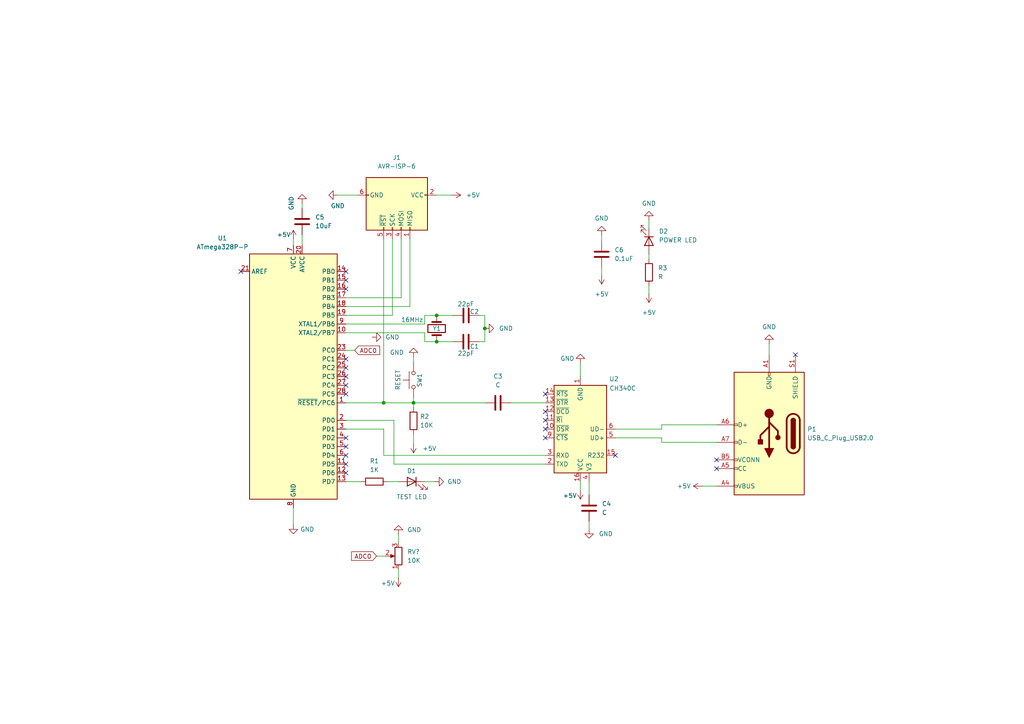
<source format=kicad_sch>
(kicad_sch (version 20211123) (generator eeschema)
  (paper "A4")
  (title_block (title "ATmega328P TQFP with CH340") (company "Nicola Strappazzon C."))
  (lib_symbols
    (symbol "Connector:AVR-ISP-6" (pin_names (offset 1.016))
      (property "Reference" "J" (at -6.35 11.43 0))
      (property "Value" "AVR-ISP-6" (at 0 11.43 0))
      (symbol "AVR-ISP-6_0_1"
        (rectangle (start -2.667 -6.858) (end -2.413 -7.62))
        (rectangle (start -2.667 10.16) (end -2.413 9.398))
        (rectangle (start 7.62 -2.413) (end 6.858 -2.667))
        (rectangle (start 7.62 0.127) (end 6.858 -0.127))
        (rectangle (start 7.62 2.667) (end 6.858 2.413))
        (rectangle (start 7.62 5.207) (end 6.858 4.953))
        (rectangle (start 7.62 10.16) (end -7.62 -7.62) (stroke (width 0.254)) (fill (type background)))
      )
      (symbol "AVR-ISP-6_1_1"
        (pin passive line (at 10.16 5.08 180) (length 2.54) (name "MISO") (number "1"))
        (pin passive line (at -2.54 12.7 270) (length 2.54) (name "VCC") (number "2"))
        (pin passive line (at 10.16 0 180) (length 2.54) (name "SCK") (number "3"))
        (pin passive line (at 10.16 2.54 180) (length 2.54) (name "MOSI") (number "4"))
        (pin passive line (at 10.16 -2.54 180) (length 2.54) (name "~{RST}") (number "5"))
        (pin passive line (at -2.54 -10.16 90) (length 2.54) (name "GND") (number "6"))
      )
    )
    (symbol "Connector:USB_C_Plug_USB2.0" (pin_names (offset 1.016))
      (property "Reference" "P" (at -10.16 19.05 0))
      (property "Value" "USB_C_Plug_USB2.0" (at 12.7 19.05 0))
      (symbol "USB_C_Plug_USB2.0_0_0"
        (rectangle (start -0.254 -17.78) (end 0.254 -16.764))
        (rectangle (start 10.16 -2.286) (end 9.144 -2.794))
        (rectangle (start 10.16 2.794) (end 9.144 2.286))
        (rectangle (start 10.16 7.874) (end 9.144 7.366))
        (rectangle (start 10.16 10.414) (end 9.144 9.906))
        (rectangle (start 10.16 15.494) (end 9.144 14.986))
      )
      (symbol "USB_C_Plug_USB2.0_0_1"
        (rectangle (start -10.16 17.78) (end 10.16 -17.78) (stroke (width 0.254)) (fill (type background)))
        (arc (start -8.89 -3.81) (mid -6.985 -5.715) (end -5.08 -3.81) (stroke (width 0.508)))
        (arc (start -7.62 -3.81) (mid -6.985 -4.445) (end -6.35 -3.81) (stroke (width 0.254)))
        (arc (start -7.62 -3.81) (mid -6.985 -4.445) (end -6.35 -3.81) (stroke (width 0.254)) (fill (type outline)))
        (rectangle (start -7.62 -3.81) (end -6.35 3.81) (stroke (width 0.254)) (fill (type outline)))
        (arc (start -6.35 3.81) (mid -6.985 4.445) (end -7.62 3.81) (stroke (width 0.254)))
        (arc (start -6.35 3.81) (mid -6.985 4.445) (end -7.62 3.81) (stroke (width 0.254)) (fill (type outline)))
        (arc (start -5.08 3.81) (mid -6.985 5.715) (end -8.89 3.81) (stroke (width 0.508)))
        (circle (center -2.54 1.143) (radius 0.635) (stroke (width 0.254)) (fill (type outline)))
        (circle (center 0 -5.842) (radius 1.27) (fill (type outline)))
        (polyline (pts (xy -8.89 -3.81) (xy -8.89 3.81)) (stroke (width 0.508)))
        (polyline (pts (xy -5.08 3.81) (xy -5.08 -3.81)) (stroke (width 0.508)))
        (polyline (pts (xy 0 -5.842) (xy 0 4.318)) (stroke (width 0.508)))
        (polyline (pts (xy 0 -3.302) (xy -2.54 -0.762) (xy -2.54 0.508)) (stroke (width 0.508)))
        (polyline (pts (xy 0 -2.032) (xy 2.54 0.508) (xy 2.54 1.778)) (stroke (width 0.508)))
        (polyline (pts (xy -1.27 4.318) (xy 0 6.858) (xy 1.27 4.318) (xy -1.27 4.318)) (stroke (width 0.254)) (fill (type outline)))
        (rectangle (start 1.905 1.778) (end 3.175 3.048) (stroke (width 0.254)) (fill (type outline)))
      )
      (symbol "USB_C_Plug_USB2.0_1_1"
        (pin passive line (at 0 -22.86 90) (length 5.08) (name "GND") (number "A1"))
        (pin passive line (at 0 -22.86 90) (length 5.08) hide (name "GND") (number "A12"))
        (pin passive line (at 15.24 15.24 180) (length 5.08) (name "VBUS") (number "A4"))
        (pin bidirectional line (at 15.24 10.16 180) (length 5.08) (name "CC") (number "A5"))
        (pin bidirectional line (at 15.24 -2.54 180) (length 5.08) (name "D+") (number "A6"))
        (pin bidirectional line (at 15.24 2.54 180) (length 5.08) (name "D-") (number "A7"))
        (pin passive line (at 15.24 15.24 180) (length 5.08) hide (name "VBUS") (number "A9"))
        (pin passive line (at 0 -22.86 90) (length 5.08) hide (name "GND") (number "B1"))
        (pin passive line (at 0 -22.86 90) (length 5.08) hide (name "GND") (number "B12"))
        (pin passive line (at 15.24 15.24 180) (length 5.08) hide (name "VBUS") (number "B4"))
        (pin bidirectional line (at 15.24 7.62 180) (length 5.08) (name "VCONN") (number "B5"))
        (pin passive line (at 15.24 15.24 180) (length 5.08) hide (name "VBUS") (number "B9"))
        (pin passive line (at -7.62 -22.86 90) (length 5.08) (name "SHIELD") (number "S1"))
      )
    )
    (symbol "Device:C" (pin_numbers hide) (pin_names (offset 0.254))
      (property "Reference" "C" (at 0.635 2.54 0))
      (property "Value" "C" (at 0.635 -2.54 0))
      (symbol "C_0_1"
        (polyline (pts (xy -2.032 -0.762) (xy 2.032 -0.762)) (stroke (width 0.508)))
        (polyline (pts (xy -2.032 0.762) (xy 2.032 0.762)) (stroke (width 0.508)))
      )
      (symbol "C_1_1"
        (pin passive line (at 0 3.81 270) (length 2.794) (name "~") (number "1"))
        (pin passive line (at 0 -3.81 90) (length 2.794) (name "~") (number "2"))
      )
    )
    (symbol "Device:Crystal" (pin_numbers hide) (pin_names (offset 1.016) hide)
      (property "Reference" "Y" (at 0 3.81 0))
      (property "Value" "Crystal" (at 0 -3.81 0))
      (symbol "Crystal_0_1"
        (rectangle (start -1.143 2.54) (end 1.143 -2.54) (stroke (width 0.3048)))
        (polyline (pts (xy -2.54 0) (xy -1.905 0)))
        (polyline (pts (xy -1.905 -1.27) (xy -1.905 1.27)) (stroke (width 0.508)))
        (polyline (pts (xy 1.905 -1.27) (xy 1.905 1.27)) (stroke (width 0.508)))
        (polyline (pts (xy 2.54 0) (xy 1.905 0)))
      )
      (symbol "Crystal_1_1"
        (pin passive line (at -3.81 0 0) (length 1.27) (name "1") (number "1"))
        (pin passive line (at 3.81 0 180) (length 1.27) (name "2") (number "2"))
      )
    )
    (symbol "Device:LED" (pin_numbers hide) (pin_names (offset 1.016) hide)
      (property "Reference" "D" (at 0 2.54 0))
      (property "Value" "LED" (at 0 -2.54 0))
      (symbol "LED_0_1"
        (polyline (pts (xy -1.27 -1.27) (xy -1.27 1.27)) (stroke (width 0.254)))
        (polyline (pts (xy -1.27 0) (xy 1.27 0)))
        (polyline (pts (xy 1.27 -1.27) (xy 1.27 1.27) (xy -1.27 0) (xy 1.27 -1.27)) (stroke (width 0.254)))
        (polyline (pts (xy -3.048 -0.762) (xy -4.572 -2.286) (xy -3.81 -2.286) (xy -4.572 -2.286) (xy -4.572 -1.524)))
        (polyline (pts (xy -1.778 -0.762) (xy -3.302 -2.286) (xy -2.54 -2.286) (xy -3.302 -2.286) (xy -3.302 -1.524)))
      )
      (symbol "LED_1_1"
        (pin passive line (at -3.81 0 0) (length 2.54) (name "K") (number "1"))
        (pin passive line (at 3.81 0 180) (length 2.54) (name "A") (number "2"))
      )
    )
    (symbol "Device:R" (pin_numbers hide) (pin_names (offset 0))
      (property "Reference" "R" (at 2.032 0 90))
      (property "Value" "R" (at 0 0 90))
      (symbol "R_0_1"
        (rectangle (start -1.016 -2.54) (end 1.016 2.54) (stroke (width 0.254)))
      )
      (symbol "R_1_1"
        (pin passive line (at 0 3.81 270) (length 1.27) (name "~") (number "1"))
        (pin passive line (at 0 -3.81 90) (length 1.27) (name "~") (number "2"))
      )
    )
    (symbol "Device:R_Potentiometer" (pin_names (offset 1.016) hide)
      (property "Reference" "RV" (at -4.445 0 90))
      (property "Value" "R_Potentiometer" (at -2.54 0 90))
      (symbol "R_Potentiometer_0_1"
        (polyline (pts (xy 2.54 0) (xy 1.524 0)))
        (polyline (pts (xy 1.143 0) (xy 2.286 0.508) (xy 2.286 -0.508) (xy 1.143 0)) (fill (type outline)))
        (rectangle (start 1.016 2.54) (end -1.016 -2.54) (stroke (width 0.254)))
      )
      (symbol "R_Potentiometer_1_1"
        (pin passive line (at 0 3.81 270) (length 1.27) (name "1") (number "1"))
        (pin passive line (at 3.81 0 180) (length 1.27) (name "2") (number "2"))
        (pin passive line (at 0 -3.81 90) (length 1.27) (name "3") (number "3"))
      )
    )
    (symbol "Interface_USB:CH340C"
      (property "Reference" "U" (at -5.08 13.97 0))
      (property "Value" "CH340C" (at 1.27 13.97 0))
      (symbol "CH340C_0_1"
        (rectangle (start -7.62 12.7) (end 7.62 -12.7) (stroke (width 0.254)) (fill (type background)))
      )
      (symbol "CH340C_1_1"
        (pin power_in line (at 0 -15.24 90) (length 2.54) (name "GND") (number "1"))
        (pin input line (at 10.16 0 180) (length 2.54) (name "~{DSR}") (number "10"))
        (pin input line (at 10.16 -2.54 180) (length 2.54) (name "~{RI}") (number "11"))
        (pin input line (at 10.16 -5.08 180) (length 2.54) (name "~{DCD}") (number "12"))
        (pin output line (at 10.16 -7.62 180) (length 2.54) (name "~{DTR}") (number "13"))
        (pin output line (at 10.16 -10.16 180) (length 2.54) (name "~{RTS}") (number "14"))
        (pin input line (at -10.16 7.62 0) (length 2.54) (name "R232") (number "15"))
        (pin power_in line (at 0 15.24 270) (length 2.54) (name "VCC") (number "16"))
        (pin output line (at 10.16 10.16 180) (length 2.54) (name "TXD") (number "2"))
        (pin input line (at 10.16 7.62 180) (length 2.54) (name "RXD") (number "3"))
        (pin passive line (at -2.54 15.24 270) (length 2.54) (name "V3") (number "4"))
        (pin bidirectional line (at -10.16 2.54 0) (length 2.54) (name "UD+") (number "5"))
        (pin bidirectional line (at -10.16 0 0) (length 2.54) (name "UD-") (number "6"))
        (pin no_connect line (at -7.62 -7.62 0) (length 2.54) hide (name "NC") (number "7"))
        (pin no_connect line (at -7.62 -10.16 0) (length 2.54) hide (name "NC") (number "8"))
        (pin input line (at 10.16 2.54 180) (length 2.54) (name "~{CTS}") (number "9"))
      )
    )
    (symbol "MCU_Microchip_ATmega:ATmega328P-P"
      (property "Reference" "U" (at -12.7 36.83 0))
      (property "Value" "ATmega328P-P" (at 2.54 -36.83 0))
      (symbol "ATmega328P-P_0_1"
        (rectangle (start -12.7 -35.56) (end 12.7 35.56) (stroke (width 0.254)) (fill (type background)))
      )
      (symbol "ATmega328P-P_1_1"
        (pin bidirectional line (at 15.24 -7.62 180) (length 2.54) (name "~{RESET}/PC6") (number "1"))
        (pin bidirectional line (at 15.24 12.7 180) (length 2.54) (name "XTAL2/PB7") (number "10"))
        (pin bidirectional line (at 15.24 -25.4 180) (length 2.54) (name "PD5") (number "11"))
        (pin bidirectional line (at 15.24 -27.94 180) (length 2.54) (name "PD6") (number "12"))
        (pin bidirectional line (at 15.24 -30.48 180) (length 2.54) (name "PD7") (number "13"))
        (pin bidirectional line (at 15.24 30.48 180) (length 2.54) (name "PB0") (number "14"))
        (pin bidirectional line (at 15.24 27.94 180) (length 2.54) (name "PB1") (number "15"))
        (pin bidirectional line (at 15.24 25.4 180) (length 2.54) (name "PB2") (number "16"))
        (pin bidirectional line (at 15.24 22.86 180) (length 2.54) (name "PB3") (number "17"))
        (pin bidirectional line (at 15.24 20.32 180) (length 2.54) (name "PB4") (number "18"))
        (pin bidirectional line (at 15.24 17.78 180) (length 2.54) (name "PB5") (number "19"))
        (pin bidirectional line (at 15.24 -12.7 180) (length 2.54) (name "PD0") (number "2"))
        (pin power_in line (at 2.54 38.1 270) (length 2.54) (name "AVCC") (number "20"))
        (pin passive line (at -15.24 30.48 0) (length 2.54) (name "AREF") (number "21"))
        (pin passive line (at 0 -38.1 90) (length 2.54) hide (name "GND") (number "22"))
        (pin bidirectional line (at 15.24 7.62 180) (length 2.54) (name "PC0") (number "23"))
        (pin bidirectional line (at 15.24 5.08 180) (length 2.54) (name "PC1") (number "24"))
        (pin bidirectional line (at 15.24 2.54 180) (length 2.54) (name "PC2") (number "25"))
        (pin bidirectional line (at 15.24 0 180) (length 2.54) (name "PC3") (number "26"))
        (pin bidirectional line (at 15.24 -2.54 180) (length 2.54) (name "PC4") (number "27"))
        (pin bidirectional line (at 15.24 -5.08 180) (length 2.54) (name "PC5") (number "28"))
        (pin bidirectional line (at 15.24 -15.24 180) (length 2.54) (name "PD1") (number "3"))
        (pin bidirectional line (at 15.24 -17.78 180) (length 2.54) (name "PD2") (number "4"))
        (pin bidirectional line (at 15.24 -20.32 180) (length 2.54) (name "PD3") (number "5"))
        (pin bidirectional line (at 15.24 -22.86 180) (length 2.54) (name "PD4") (number "6"))
        (pin power_in line (at 0 38.1 270) (length 2.54) (name "VCC") (number "7"))
        (pin power_in line (at 0 -38.1 90) (length 2.54) (name "GND") (number "8"))
        (pin bidirectional line (at 15.24 15.24 180) (length 2.54) (name "XTAL1/PB6") (number "9"))
      )
    )
    (symbol "Switch:SW_Push" (pin_numbers hide) (pin_names (offset 1.016) hide)
      (property "Reference" "SW" (at 1.27 2.54 0))
      (property "Value" "SW_Push" (at 0 -1.524 0))
      (symbol "SW_Push_0_1"
        (circle (center -2.032 0) (radius 0.508))
        (polyline (pts (xy 0 1.27) (xy 0 3.048)))
        (polyline (pts (xy 2.54 1.27) (xy -2.54 1.27)))
        (circle (center 2.032 0) (radius 0.508))
        (pin passive line (at -5.08 0 0) (length 2.54) (name "1") (number "1"))
        (pin passive line (at 5.08 0 180) (length 2.54) (name "2") (number "2"))
      )
    )
    (symbol "power:+5V" (power) (pin_names (offset 0))
      (property "Value" "+5V" (at 0 3.556 0))
      (symbol "+5V_0_1"
        (polyline (pts (xy -0.762 1.27) (xy 0 2.54)))
        (polyline (pts (xy 0 0) (xy 0 2.54)))
        (polyline (pts (xy 0 2.54) (xy 0.762 1.27)))
      )
      (symbol "+5V_1_1"
        (pin power_in line (at 0 0 90) (length 0) hide (name "+5V") (number "1"))
      )
    )
    (symbol "power:GND" (power) (pin_names (offset 0))
      (property "Value" "GND" (at 0 -3.81 0))
      (symbol "GND_0_1"
        (polyline (pts (xy 0 0) (xy 0 -1.27) (xy 1.27 -1.27) (xy 0 -2.54) (xy -1.27 -1.27) (xy 0 -1.27)))
      )
      (symbol "GND_1_1"
        (pin power_in line (at 0 0 270) (length 0) hide (name "GND") (number "1"))
      )
    )
  )
  (junction (at 119.9388 116.84))
  (junction (at 140.6144 95.25))
  (junction (at 126.6444 99.1108))
  (junction (at 111.2774 116.84))
  (junction (at 126.6444 91.4908))
  (no_connect (at 100.33 81.28))
  (no_connect (at 158.1658 121.92))
  (no_connect (at 158.1658 124.46))
  (no_connect (at 100.33 134.62))
  (no_connect (at 100.33 132.08))
  (no_connect (at 158.1658 119.38))
  (no_connect (at 100.33 106.68))
  (no_connect (at 100.33 127))
  (no_connect (at 178.4858 132.08))
  (no_connect (at 100.33 104.14))
  (no_connect (at 207.8482 135.9154))
  (no_connect (at 230.7082 102.8954))
  (no_connect (at 100.33 114.3))
  (no_connect (at 158.1658 127))
  (no_connect (at 100.33 137.16))
  (no_connect (at 100.33 109.22))
  (no_connect (at 100.33 78.74))
  (no_connect (at 100.33 129.54))
  (no_connect (at 69.85 78.74))
  (no_connect (at 100.33 83.82))
  (no_connect (at 100.33 111.76))
  (no_connect (at 158.1658 114.3))
  (no_connect (at 207.8482 133.3754))
  (wire (pts (xy 118.8974 69.2912) (xy 118.8974 88.9)))
  (wire (pts (xy 191.9224 124.46) (xy 191.9224 123.2154)))
  (wire (pts (xy 116.3574 69.2912) (xy 116.3574 86.36)))
  (wire (pts (xy 148.2344 116.84) (xy 158.1658 116.84)))
  (wire (pts (xy 123.19 99.1108) (xy 126.6444 99.1108)))
  (wire (pts (xy 100.33 96.52) (xy 123.19 96.52)))
  (wire (pts (xy 100.33 121.92) (xy 114.2492 121.92)))
  (wire (pts (xy 100.33 139.7) (xy 104.775 139.7)))
  (wire (pts (xy 111.2774 116.84) (xy 100.33 116.84)))
  (wire (pts (xy 123.19 96.52) (xy 123.19 99.1108)))
  (wire (pts (xy 100.33 93.98) (xy 123.19 93.98)))
  (wire (pts (xy 111.2774 116.84) (xy 119.9388 116.84)))
  (wire (pts (xy 123.2154 139.7) (xy 126.111 139.7)))
  (wire (pts (xy 170.8658 139.7) (xy 170.8658 143.5862)))
  (wire (pts (xy 126.6444 91.4908) (xy 131.3688 91.4908)))
  (wire (pts (xy 111.3028 124.46) (xy 100.33 124.46)))
  (wire (pts (xy 140.6144 95.25) (xy 140.6144 99.1108)))
  (wire (pts (xy 191.9224 127) (xy 191.9224 128.2954)))
  (wire (pts (xy 178.4858 124.46) (xy 191.9224 124.46)))
  (wire (pts (xy 191.9224 123.2154) (xy 207.8482 123.2154)))
  (wire (pts (xy 114.2492 134.62) (xy 114.2492 121.92)))
  (wire (pts (xy 87.63 58.928) (xy 87.63 60.452)))
  (wire (pts (xy 113.8174 91.44) (xy 100.33 91.44)))
  (wire (pts (xy 112.395 139.7) (xy 115.5954 139.7)))
  (wire (pts (xy 158.1658 134.62) (xy 114.2492 134.62)))
  (wire (pts (xy 109.22 161.29) (xy 111.76 161.29)))
  (wire (pts (xy 188.214 63.8556) (xy 188.214 66.1416)))
  (wire (pts (xy 203.6572 140.9954) (xy 207.8482 140.9954)))
  (wire (pts (xy 168.3258 105.2576) (xy 168.3258 109.22)))
  (wire (pts (xy 178.4858 127) (xy 191.9224 127)))
  (wire (pts (xy 191.9224 128.2954) (xy 207.8482 128.2954)))
  (wire (pts (xy 116.3574 86.36) (xy 100.33 86.36)))
  (wire (pts (xy 158.1658 132.08) (xy 111.3028 132.08)))
  (wire (pts (xy 87.63 68.072) (xy 87.63 71.12)))
  (wire (pts (xy 123.19 91.4908) (xy 126.6444 91.4908)))
  (wire (pts (xy 119.9388 116.84) (xy 119.9388 118.2624)))
  (wire (pts (xy 140.6144 99.1108) (xy 138.9634 99.1108)))
  (wire (pts (xy 119.9388 125.8824) (xy 119.9388 128.8034)))
  (wire (pts (xy 118.8974 88.9) (xy 100.33 88.9)))
  (wire (pts (xy 85.09 69.342) (xy 85.09 71.12)))
  (wire (pts (xy 123.19 93.98) (xy 123.19 91.4908)))
  (wire (pts (xy 170.8658 151.2062) (xy 170.8658 153.5684)))
  (wire (pts (xy 168.3258 139.7) (xy 168.3258 142.24)))
  (wire (pts (xy 223.0882 99.6696) (xy 223.0882 102.8954)))
  (wire (pts (xy 140.6144 91.4908) (xy 140.6144 95.25)))
  (wire (pts (xy 115.57 165.1) (xy 115.57 167.64)))
  (wire (pts (xy 111.3028 132.08) (xy 111.3028 124.46)))
  (wire (pts (xy 97.917 56.5912) (xy 103.6574 56.5912)))
  (wire (pts (xy 115.57 154.94) (xy 115.57 157.48)))
  (wire (pts (xy 85.09 147.32) (xy 85.09 152.273)))
  (wire (pts (xy 119.9388 115.316) (xy 119.9388 116.84)))
  (wire (pts (xy 188.214 82.804) (xy 188.214 85.1916)))
  (wire (pts (xy 113.8174 69.2912) (xy 113.8174 91.44)))
  (wire (pts (xy 100.33 101.6) (xy 102.87 101.6)))
  (wire (pts (xy 188.214 73.7616) (xy 188.214 75.184)))
  (wire (pts (xy 138.9888 91.4908) (xy 140.6144 91.4908)))
  (wire (pts (xy 111.2774 69.2912) (xy 111.2774 116.84)))
  (wire (pts (xy 174.498 77.5716) (xy 174.498 79.8576)))
  (wire (pts (xy 119.9388 116.84) (xy 140.6144 116.84)))
  (wire (pts (xy 119.9388 105.156) (xy 119.9388 103.505)))
  (wire (pts (xy 126.5174 56.5912) (xy 131.064 56.5912)))
  (wire (pts (xy 126.6444 99.1108) (xy 131.3434 99.1108)))
  (wire (pts (xy 174.498 68.1736) (xy 174.498 69.9516)))
  (global_label "ADC0" (shape input) (at 102.87 101.6 0) (property "Intersheet References" "${INTERSHEET_REFS}" (effects hide)))
  (global_label "ADC0" (shape input) (at 109.22 161.29 180) (property "Intersheet References" "${INTERSHEET_REFS}" (effects hide)))
  (symbol (lib_id "power:GND") (at 107.95 97.79 90) (unit 1)
    (property "Reference" "#PWR?" (effects hide))
    (property "Value" "GND" (at 111.76 97.7899 90) (effects (justify right)))
  )
  (symbol (lib_id "Device:LED") (at 119.4054 139.7 0) (mirror y) (unit 1)
    (property "Reference" "D1" (at 119.38 136.5758 0))
    (property "Value" "TEST LED" (at 119.4308 144.1196 0))
  )
  (symbol (lib_id "power:GND") (at 119.9388 103.505 180) (unit 1)
    (property "Reference" "#PWR04" (effects hide))
    (property "Value" "GND" (at 117.1448 102.2351 0) (effects (justify left)))
  )
  (symbol (lib_id "power:GND") (at 170.8658 153.5684 0) (unit 1)
    (property "Reference" "#PWR012" (effects hide))
    (property "Value" "GND" (at 173.6598 154.8383 0) (effects (justify left)))
  )
  (symbol (lib_id "power:GND") (at 140.6144 95.25 90) (unit 1)
    (property "Reference" "#PWR08" (effects hide))
    (property "Value" "GND" (at 144.7038 95.2499 90) (effects (justify right)))
  )
  (symbol (lib_id "power:+5V") (at 203.6572 140.9954 90) (unit 1)
    (property "Reference" "#PWR013" (effects hide))
    (property "Value" "+5V" (at 200.406 140.9953 90) (effects (justify left)))
  )
  (symbol (lib_id "Device:C") (at 144.4244 116.84 90) (unit 1)
    (property "Reference" "C3" (at 144.4244 109.1438 90))
    (property "Value" "C" (at 144.4244 111.6838 90))
  )
  (symbol (lib_id "power:GND") (at 97.917 56.5912 270) (unit 1)
    (property "Reference" "#PWR03" (effects hide))
    (property "Value" "GND" (at 95.9104 59.7154 90) (effects (justify left)))
  )
  (symbol (lib_id "power:+5V") (at 188.214 85.1916 180) (unit 1)
    (property "Reference" "#PWR018" (effects hide))
    (property "Value" "+5V" (at 188.214 90.6526 0))
  )
  (symbol (lib_id "Device:R") (at 119.9388 122.0724 0) (unit 1)
    (property "Reference" "R2" (at 121.793 120.8023 0) (effects (justify left)))
    (property "Value" "10K" (at 121.793 123.3423 0) (effects (justify left)))
  )
  (symbol (lib_id "power:GND") (at 223.0882 99.6696 180) (unit 1)
    (property "Reference" "#PWR014" (effects hide))
    (property "Value" "GND" (at 223.0882 94.8182 0))
  )
  (symbol (lib_id "Switch:SW_Push") (at 119.9388 110.236 90) (unit 1)
    (property "Reference" "SW1" (at 121.6914 110.2868 0))
    (property "Value" "RESET" (at 115.4176 110.2106 0))
  )
  (symbol (lib_id "Device:C") (at 135.1534 99.1108 270) (unit 1)
    (property "Reference" "C1" (at 137.6172 100.4824 90))
    (property "Value" "22pF" (at 135.1534 102.489 90))
  )
  (symbol (lib_id "Device:C") (at 87.63 64.262 180) (unit 1)
    (property "Reference" "C5" (at 91.4146 62.9919 0) (effects (justify right)))
    (property "Value" "10uF" (at 91.4146 65.5319 0) (effects (justify right)))
  )
  (symbol (lib_id "power:GND") (at 168.3258 105.2576 180) (unit 1)
    (property "Reference" "#PWR010" (effects hide))
    (property "Value" "GND" (at 162.5092 103.9876 0) (effects (justify right)))
  )
  (symbol (lib_id "Connector:USB_C_Plug_USB2.0") (at 223.0882 125.7554 180) (unit 1)
    (property "Reference" "P1" (at 234.1372 124.4853 0) (effects (justify right)))
    (property "Value" "USB_C_Plug_USB2.0" (at 234.1372 127.0253 0) (effects (justify right)))
    (property "Datasheet" "https://www.usb.org/sites/default/files/documents/usb_type-c.zip" (effects hide))
  )
  (symbol (lib_id "power:+5V") (at 115.57 167.64 180) (unit 1)
    (property "Reference" "#PWR?" (effects hide))
    (property "Value" "+5V" (at 110.4646 169.164 0) (effects (justify right)))
  )
  (symbol (lib_id "power:GND") (at 87.63 58.928 180) (unit 1)
    (property "Reference" "#PWR016" (effects hide))
    (property "Value" "GND" (at 84.5058 56.9214 90) (effects (justify left)))
  )
  (symbol (lib_id "power:+5V") (at 174.498 79.8576 180) (unit 1)
    (property "Reference" "#PWR09" (effects hide))
    (property "Value" "+5V" (at 174.498 85.3186 0))
  )
  (symbol (lib_id "MCU_Microchip_ATmega:ATmega328P-P") (at 85.09 109.22 0) (unit 1)
    (property "Reference" "U1" (at 64.516 69.088 0))
    (property "Value" "ATmega328P-P" (at 64.516 71.628 0))
    (property "Footprint" "Package_DIP:DIP-28_W7.62mm" (effects hide))
    (property "Datasheet" "http://ww1.microchip.com/downloads/en/DeviceDoc/ATmega328_P%20AVR%20MCU%20with%20picoPower%20Technology%20Data%20Sheet%2040001984A.pdf" (effects hide))
  )
  (symbol (lib_id "power:+5V") (at 168.3258 142.24 180) (unit 1)
    (property "Reference" "#PWR011" (effects hide))
    (property "Value" "+5V" (at 163.2204 143.764 0) (effects (justify right)))
  )
  (symbol (lib_id "Device:C") (at 135.1788 91.4908 90) (unit 1)
    (property "Reference" "C2" (at 137.5918 90.3986 90))
    (property "Value" "22pF" (at 135.1026 88.1888 90))
  )
  (symbol (lib_id "power:+5V") (at 119.9388 128.8034 180) (unit 1)
    (property "Reference" "#PWR05" (effects hide))
    (property "Value" "+5V" (at 122.5042 130.0733 0) (effects (justify right)))
  )
  (symbol (lib_id "Device:C") (at 174.498 73.7616 180) (unit 1)
    (property "Reference" "C6" (at 178.2318 72.4915 0) (effects (justify right)))
    (property "Value" "0.1uF" (at 178.2318 75.0315 0) (effects (justify right)))
  )
  (symbol (lib_id "Device:LED") (at 188.214 69.9516 270) (unit 1)
    (property "Reference" "D2" (at 191.0842 67.094 90) (effects (justify left)))
    (property "Value" "POWER LED" (at 191.0842 69.634 90) (effects (justify left)))
  )
  (symbol (lib_id "Device:R") (at 188.214 78.994 180) (unit 1)
    (property "Reference" "R3" (at 190.8556 77.7239 0) (effects (justify right)))
    (property "Value" "R" (at 190.8556 80.2639 0) (effects (justify right)))
  )
  (symbol (lib_id "Interface_USB:CH340C") (at 168.3258 124.46 180) (unit 1)
    (property "Reference" "U2" (at 176.6824 109.9058 0) (effects (justify right)))
    (property "Value" "CH340C" (at 176.7586 112.6236 0) (effects (justify right)))
    (property "Footprint" "Package_SO:SOIC-16_3.9x9.9mm_P1.27mm" (effects hide))
    (property "Datasheet" "https://datasheet.lcsc.com/szlcsc/Jiangsu-Qin-Heng-CH340C_C84681.pdf" (effects hide))
  )
  (symbol (lib_id "Device:R_Potentiometer") (at 115.57 161.29 180) (unit 1)
    (property "Reference" "RV?" (at 118.11 160.0199 0) (effects (justify right)))
    (property "Value" "10K" (at 118.11 162.5599 0) (effects (justify right)))
  )
  (symbol (lib_id "power:+5V") (at 85.09 69.342 0) (unit 1)
    (property "Reference" "#PWR02" (effects hide))
    (property "Value" "+5V" (at 80.264 68.072 0) (effects (justify left)))
  )
  (symbol (lib_id "power:GND") (at 115.57 154.94 180) (unit 1)
    (property "Reference" "#PWR?" (effects hide))
    (property "Value" "GND" (at 118.11 153.6699 0) (effects (justify right)))
  )
  (symbol (lib_id "Device:C") (at 170.8658 147.3962 180) (unit 1)
    (property "Reference" "C4" (at 174.5996 146.1261 0) (effects (justify right)))
    (property "Value" "C" (at 174.5996 148.6661 0) (effects (justify right)))
  )
  (symbol (lib_id "Device:R") (at 108.585 139.7 90) (unit 1)
    (property "Reference" "R1" (at 108.585 133.7056 90))
    (property "Value" "1K" (at 108.585 136.2456 90))
  )
  (symbol (lib_id "Connector:AVR-ISP-6") (at 113.8174 59.1312 270) (unit 1)
    (property "Reference" "J1" (at 115.0874 45.6946 90))
    (property "Value" "AVR-ISP-6" (at 115.0874 48.2346 90))
    (property "Datasheet" " ~" (effects hide))
  )
  (symbol (lib_id "power:GND") (at 174.498 68.1736 180) (unit 1)
    (property "Reference" "#PWR015" (effects hide))
    (property "Value" "GND" (at 174.498 63.3222 0))
  )
  (symbol (lib_id "power:GND") (at 126.111 139.7 90) (unit 1)
    (property "Reference" "#PWR06" (effects hide))
    (property "Value" "GND" (at 129.7432 139.6999 90) (effects (justify right)))
  )
  (symbol (lib_id "power:+5V") (at 131.064 56.5912 270) (unit 1)
    (property "Reference" "#PWR07" (effects hide))
    (property "Value" "+5V" (at 135.128 56.5911 90) (effects (justify left)))
  )
  (symbol (lib_id "Device:Crystal") (at 126.6444 95.3008 90) (unit 1)
    (property "Reference" "Y1" (at 125.4252 95.3008 90) (effects (justify right)))
    (property "Value" "16MHz" (at 116.3066 92.7608 90) (effects (justify right)))
  )
  (symbol (lib_id "power:GND") (at 85.09 152.273 0) (unit 1)
    (property "Reference" "#PWR01" (effects hide))
    (property "Value" "GND" (at 87.0712 153.5429 0) (effects (justify left)))
  )
  (symbol (lib_id "power:GND") (at 188.214 63.8556 180) (unit 1)
    (property "Reference" "#PWR017" (effects hide))
    (property "Value" "GND" (at 188.214 59.0042 0))
  )
)
</source>
